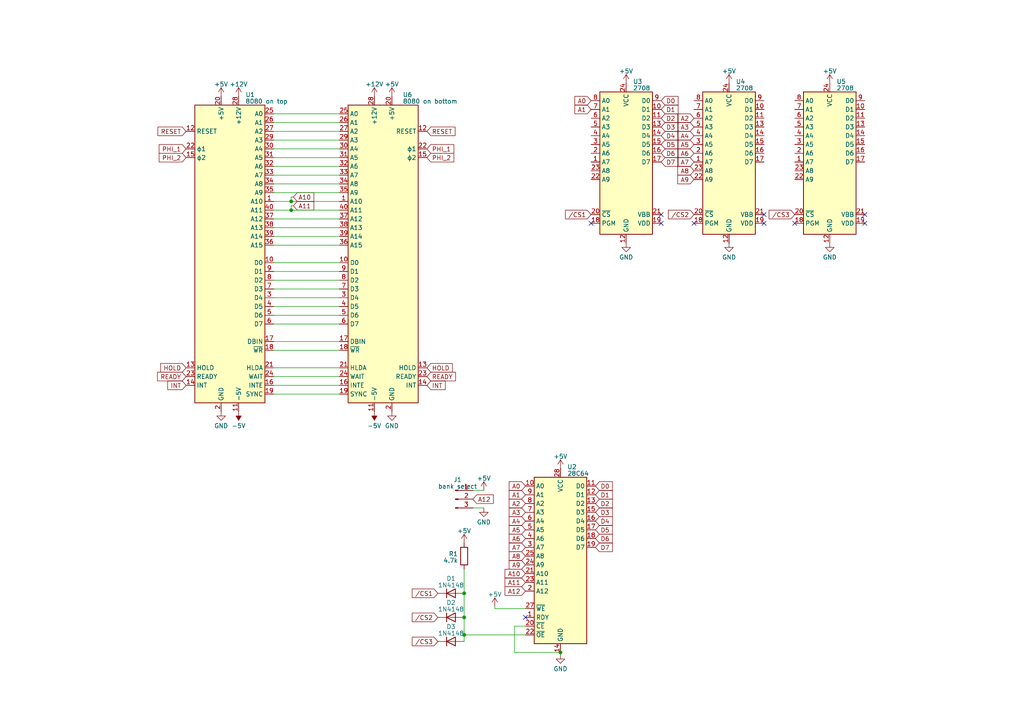
<source format=kicad_sch>
(kicad_sch (version 20230121) (generator eeschema)
  (paper "A4")
  (lib_symbols
    (symbol "Connector:Conn_01x03_Pin" (pin_names (offset 1.016) hide)
      (property "Reference" "J" (at 0 5.08 0))
      (property "Value" "Conn_01x03_Pin" (at 0 -5.08 0))
      (symbol "Conn_01x03_Pin_1_1"
        (polyline (pts (xy 1.27 -2.54) (xy 0.8636 -2.54)) (stroke (width 0.1524)))
        (polyline (pts (xy 1.27 0) (xy 0.8636 0)) (stroke (width 0.1524)))
        (polyline (pts (xy 1.27 2.54) (xy 0.8636 2.54)) (stroke (width 0.1524)))
        (rectangle (start 0.8636 -2.413) (end 0 -2.667) (stroke (width 0.1524)) (fill (type outline)))
        (rectangle (start 0.8636 0.127) (end 0 -0.127) (stroke (width 0.1524)) (fill (type outline)))
        (rectangle (start 0.8636 2.667) (end 0 2.413) (stroke (width 0.1524)) (fill (type outline)))
        (pin passive line (at 5.08 2.54 180) (length 3.81) (name "Pin_1") (number "1"))
        (pin passive line (at 5.08 0 180) (length 3.81) (name "Pin_2") (number "2"))
        (pin passive line (at 5.08 -2.54 180) (length 3.81) (name "Pin_3") (number "3"))
      )
    )
    (symbol "Device:R" (pin_numbers hide) (pin_names (offset 0))
      (property "Reference" "R" (at 2.032 0 90))
      (property "Value" "R" (at 0 0 90))
      (symbol "R_0_1"
        (rectangle (start -1.016 -2.54) (end 1.016 2.54) (stroke (width 0.254)))
      )
      (symbol "R_1_1"
        (pin passive line (at 0 3.81 270) (length 1.27) (name "~") (number "1"))
        (pin passive line (at 0 -3.81 90) (length 1.27) (name "~") (number "2"))
      )
    )
    (symbol "Diode:1N4148" (pin_numbers hide) (pin_names hide)
      (property "Reference" "D" (at 0 2.54 0))
      (property "Value" "1N4148" (at 0 -2.54 0))
      (symbol "1N4148_0_1"
        (polyline (pts (xy -1.27 1.27) (xy -1.27 -1.27)) (stroke (width 0.254)))
        (polyline (pts (xy 1.27 0) (xy -1.27 0)))
        (polyline (pts (xy 1.27 1.27) (xy 1.27 -1.27) (xy -1.27 0) (xy 1.27 1.27)) (stroke (width 0.254)))
      )
      (symbol "1N4148_1_1"
        (pin passive line (at -3.81 0 0) (length 2.54) (name "K") (number "1"))
        (pin passive line (at 3.81 0 180) (length 2.54) (name "A") (number "2"))
      )
    )
    (symbol "Evan's parts:2708"
      (property "Reference" "U" (at -7.62 21.59 0))
      (property "Value" "2708" (at 2.54 -22.225 0))
      (symbol "2708_1_1"
        (rectangle (start -7.62 20.32) (end 7.62 -20.955) (stroke (width 0.254)) (fill (type background)))
        (pin input line (at -10.16 0 0) (length 2.54) (name "A7") (number "1"))
        (pin tri_state line (at 10.16 15.24 180) (length 2.54) (name "D1") (number "10"))
        (pin tri_state line (at 10.16 12.7 180) (length 2.54) (name "D2") (number "11"))
        (pin power_in line (at 0 -23.495 90) (length 2.54) (name "GND") (number "12"))
        (pin tri_state line (at 10.16 10.16 180) (length 2.54) (name "D3") (number "13"))
        (pin tri_state line (at 10.16 7.62 180) (length 2.54) (name "D4") (number "14"))
        (pin tri_state line (at 10.16 5.08 180) (length 2.54) (name "D5") (number "15"))
        (pin tri_state line (at 10.16 2.54 180) (length 2.54) (name "D6") (number "16"))
        (pin tri_state line (at 10.16 0 180) (length 2.54) (name "D7") (number "17"))
        (pin input line (at -10.16 -17.78 0) (length 2.54) (name "PGM") (number "18"))
        (pin power_in line (at 10.16 -17.78 180) (length 2.54) (name "VDD") (number "19"))
        (pin input line (at -10.16 2.54 0) (length 2.54) (name "A6") (number "2"))
        (pin input line (at -10.16 -15.24 0) (length 2.54) (name "~{CS}") (number "20"))
        (pin power_in line (at 10.16 -15.24 180) (length 2.54) (name "VBB") (number "21"))
        (pin input line (at -10.16 -5.08 0) (length 2.54) (name "A9") (number "22"))
        (pin input line (at -10.16 -2.54 0) (length 2.54) (name "A8") (number "23"))
        (pin power_in line (at 0 22.86 270) (length 2.54) (name "VCC") (number "24"))
        (pin input line (at -10.16 5.08 0) (length 2.54) (name "A5") (number "3"))
        (pin input line (at -10.16 7.62 0) (length 2.54) (name "A4") (number "4"))
        (pin input line (at -10.16 10.16 0) (length 2.54) (name "A3") (number "5"))
        (pin input line (at -10.16 12.7 0) (length 2.54) (name "A2") (number "6"))
        (pin input line (at -10.16 15.24 0) (length 2.54) (name "A1") (number "7"))
        (pin input line (at -10.16 17.78 0) (length 2.54) (name "A0") (number "8"))
        (pin tri_state line (at 10.16 17.78 180) (length 2.54) (name "D0") (number "9"))
      )
    )
    (symbol "Evan's parts:28C64"
      (property "Reference" "U" (at -7.62 24.13 0))
      (property "Value" "28C64" (at 2.54 -26.67 0))
      (symbol "28C64_1_1"
        (rectangle (start -7.62 22.86) (end 7.62 -25.4) (stroke (width 0.254)) (fill (type background)))
        (pin input line (at -10.16 -17.78 0) (length 2.54) (name "RDY") (number "1"))
        (pin input line (at -10.16 20.32 0) (length 2.54) (name "A0") (number "10"))
        (pin tri_state line (at 10.16 20.32 180) (length 2.54) (name "D0") (number "11"))
        (pin tri_state line (at 10.16 17.78 180) (length 2.54) (name "D1") (number "12"))
        (pin tri_state line (at 10.16 15.24 180) (length 2.54) (name "D2") (number "13"))
        (pin power_in line (at 0 -27.94 90) (length 2.54) (name "GND") (number "14"))
        (pin tri_state line (at 10.16 12.7 180) (length 2.54) (name "D3") (number "15"))
        (pin tri_state line (at 10.16 10.16 180) (length 2.54) (name "D4") (number "16"))
        (pin tri_state line (at 10.16 7.62 180) (length 2.54) (name "D5") (number "17"))
        (pin tri_state line (at 10.16 5.08 180) (length 2.54) (name "D6") (number "18"))
        (pin tri_state line (at 10.16 2.54 180) (length 2.54) (name "D7") (number "19"))
        (pin input line (at -10.16 -10.16 0) (length 2.54) (name "A12") (number "2"))
        (pin input line (at -10.16 -20.32 0) (length 2.54) (name "~{CE}") (number "20"))
        (pin input line (at -10.16 -5.08 0) (length 2.54) (name "A10") (number "21"))
        (pin input line (at -10.16 -22.86 0) (length 2.54) (name "~{OE}") (number "22"))
        (pin input line (at -10.16 -7.62 0) (length 2.54) (name "A11") (number "23"))
        (pin input line (at -10.16 -2.54 0) (length 2.54) (name "A9") (number "24"))
        (pin input line (at -10.16 0 0) (length 2.54) (name "A8") (number "25"))
        (pin no_connect line (at 7.62 0 180) (length 2.54) hide (name "NC") (number "26"))
        (pin input line (at -10.16 -15.24 0) (length 2.54) (name "~{WE}") (number "27"))
        (pin power_in line (at 0 25.4 270) (length 2.54) (name "VCC") (number "28"))
        (pin input line (at -10.16 2.54 0) (length 2.54) (name "A7") (number "3"))
        (pin input line (at -10.16 5.08 0) (length 2.54) (name "A6") (number "4"))
        (pin input line (at -10.16 7.62 0) (length 2.54) (name "A5") (number "5"))
        (pin input line (at -10.16 10.16 0) (length 2.54) (name "A4") (number "6"))
        (pin input line (at -10.16 12.7 0) (length 2.54) (name "A3") (number "7"))
        (pin input line (at -10.16 15.24 0) (length 2.54) (name "A2") (number "8"))
        (pin input line (at -10.16 17.78 0) (length 2.54) (name "A1") (number "9"))
      )
    )
    (symbol "MCU_Intel:8080"
      (property "Reference" "U" (at -7.62 44.45 0))
      (property "Value" "8080" (at 7.62 44.45 0))
      (symbol "8080_0_1"
        (rectangle (start -10.16 43.18) (end 10.16 -43.18) (stroke (width 0.254)) (fill (type background)))
      )
      (symbol "8080_1_1"
        (pin output line (at 12.7 15.24 180) (length 2.54) (name "A10") (number "1"))
        (pin bidirectional line (at 12.7 -2.54 180) (length 2.54) (name "D0") (number "10"))
        (pin power_in line (at 2.54 -45.72 90) (length 2.54) (name "-5V") (number "11"))
        (pin input line (at -12.7 35.56 0) (length 2.54) (name "RESET") (number "12"))
        (pin input line (at -12.7 -33.02 0) (length 2.54) (name "HOLD") (number "13"))
        (pin input line (at -12.7 -38.1 0) (length 2.54) (name "INT") (number "14"))
        (pin input line (at -12.7 27.94 0) (length 2.54) (name "ϕ2") (number "15"))
        (pin output line (at 12.7 -38.1 180) (length 2.54) (name "INTE") (number "16"))
        (pin output line (at 12.7 -25.4 180) (length 2.54) (name "DBIN") (number "17"))
        (pin output line (at 12.7 -27.94 180) (length 2.54) (name "~{WR}") (number "18"))
        (pin output line (at 12.7 -40.64 180) (length 2.54) (name "SYNC") (number "19"))
        (pin power_in line (at -2.54 -45.72 90) (length 2.54) (name "GND") (number "2"))
        (pin power_in line (at -2.54 45.72 270) (length 2.54) (name "+5V") (number "20"))
        (pin output line (at 12.7 -33.02 180) (length 2.54) (name "HLDA") (number "21"))
        (pin input line (at -12.7 30.48 0) (length 2.54) (name "ϕ1") (number "22"))
        (pin input line (at -12.7 -35.56 0) (length 2.54) (name "READY") (number "23"))
        (pin output line (at 12.7 -35.56 180) (length 2.54) (name "WAIT") (number "24"))
        (pin output line (at 12.7 40.64 180) (length 2.54) (name "A0") (number "25"))
        (pin output line (at 12.7 38.1 180) (length 2.54) (name "A1") (number "26"))
        (pin output line (at 12.7 35.56 180) (length 2.54) (name "A2") (number "27"))
        (pin power_in line (at 2.54 45.72 270) (length 2.54) (name "+12V") (number "28"))
        (pin output line (at 12.7 33.02 180) (length 2.54) (name "A3") (number "29"))
        (pin bidirectional line (at 12.7 -12.7 180) (length 2.54) (name "D4") (number "3"))
        (pin output line (at 12.7 30.48 180) (length 2.54) (name "A4") (number "30"))
        (pin output line (at 12.7 27.94 180) (length 2.54) (name "A5") (number "31"))
        (pin output line (at 12.7 25.4 180) (length 2.54) (name "A6") (number "32"))
        (pin output line (at 12.7 22.86 180) (length 2.54) (name "A7") (number "33"))
        (pin output line (at 12.7 20.32 180) (length 2.54) (name "A8") (number "34"))
        (pin output line (at 12.7 17.78 180) (length 2.54) (name "A9") (number "35"))
        (pin output line (at 12.7 2.54 180) (length 2.54) (name "A15") (number "36"))
        (pin output line (at 12.7 10.16 180) (length 2.54) (name "A12") (number "37"))
        (pin output line (at 12.7 7.62 180) (length 2.54) (name "A13") (number "38"))
        (pin output line (at 12.7 5.08 180) (length 2.54) (name "A14") (number "39"))
        (pin bidirectional line (at 12.7 -15.24 180) (length 2.54) (name "D5") (number "4"))
        (pin output line (at 12.7 12.7 180) (length 2.54) (name "A11") (number "40"))
        (pin bidirectional line (at 12.7 -17.78 180) (length 2.54) (name "D6") (number "5"))
        (pin bidirectional line (at 12.7 -20.32 180) (length 2.54) (name "D7") (number "6"))
        (pin bidirectional line (at 12.7 -10.16 180) (length 2.54) (name "D3") (number "7"))
        (pin bidirectional line (at 12.7 -7.62 180) (length 2.54) (name "D2") (number "8"))
        (pin bidirectional line (at 12.7 -5.08 180) (length 2.54) (name "D1") (number "9"))
      )
    )
    (symbol "power:+12V" (power) (pin_names (offset 0))
      (property "Value" "+12V" (at 0 3.556 0))
      (symbol "+12V_0_1"
        (polyline (pts (xy -0.762 1.27) (xy 0 2.54)))
        (polyline (pts (xy 0 0) (xy 0 2.54)))
        (polyline (pts (xy 0 2.54) (xy 0.762 1.27)))
      )
      (symbol "+12V_1_1"
        (pin power_in line (at 0 0 90) (length 0) hide (name "+12V") (number "1"))
      )
    )
    (symbol "power:+5V" (power) (pin_names (offset 0))
      (property "Value" "+5V" (at 0 3.556 0))
      (symbol "+5V_0_1"
        (polyline (pts (xy -0.762 1.27) (xy 0 2.54)))
        (polyline (pts (xy 0 0) (xy 0 2.54)))
        (polyline (pts (xy 0 2.54) (xy 0.762 1.27)))
      )
      (symbol "+5V_1_1"
        (pin power_in line (at 0 0 90) (length 0) hide (name "+5V") (number "1"))
      )
    )
    (symbol "power:-5V" (power) (pin_names (offset 0))
      (property "Value" "-5V" (at 0 3.81 0))
      (symbol "-5V_0_0"
        (pin power_in line (at 0 0 90) (length 0) hide (name "-5V") (number "1"))
      )
      (symbol "-5V_0_1"
        (polyline (pts (xy 0 0) (xy 0 1.27) (xy 0.762 1.27) (xy 0 2.54) (xy -0.762 1.27) (xy 0 1.27)) (fill (type outline)))
      )
    )
    (symbol "power:GND" (power) (pin_names (offset 0))
      (property "Value" "GND" (at 0 -3.81 0))
      (symbol "GND_0_1"
        (polyline (pts (xy 0 0) (xy 0 -1.27) (xy 1.27 -1.27) (xy 0 -2.54) (xy -1.27 -1.27) (xy 0 -1.27)))
      )
      (symbol "GND_1_1"
        (pin power_in line (at 0 0 270) (length 0) hide (name "GND") (number "1"))
      )
    )
  )
  (junction (at 134.62 184.15))
  (junction (at 134.62 172.085))
  (junction (at 84.455 60.96))
  (junction (at 162.56 189.23))
  (junction (at 134.62 179.07))
  (junction (at 84.455 58.42))
  (no_connect (at 191.77 64.77))
  (no_connect (at 191.77 62.23))
  (no_connect (at 221.615 62.23))
  (no_connect (at 230.505 64.77))
  (no_connect (at 171.45 64.77))
  (no_connect (at 152.4 179.07))
  (no_connect (at 250.825 62.23))
  (no_connect (at 250.825 64.77))
  (no_connect (at 201.295 64.77))
  (no_connect (at 221.615 64.77))
  (wire (pts (xy 98.425 114.3) (xy 79.375 114.3)))
  (wire (pts (xy 98.425 50.8) (xy 79.375 50.8)))
  (wire (pts (xy 134.62 179.07) (xy 134.62 184.15)))
  (wire (pts (xy 98.425 93.98) (xy 79.375 93.98)))
  (wire (pts (xy 152.4 181.61) (xy 149.225 181.61)))
  (wire (pts (xy 134.62 165.1) (xy 134.62 172.085)))
  (wire (pts (xy 84.455 57.15) (xy 84.455 58.42)))
  (wire (pts (xy 98.425 78.74) (xy 79.375 78.74)))
  (wire (pts (xy 98.425 43.18) (xy 79.375 43.18)))
  (wire (pts (xy 162.56 189.865) (xy 162.56 189.23)))
  (wire (pts (xy 98.425 76.2) (xy 79.375 76.2)))
  (wire (pts (xy 98.425 83.82) (xy 79.375 83.82)))
  (wire (pts (xy 98.425 45.72) (xy 79.375 45.72)))
  (wire (pts (xy 98.425 60.96) (xy 84.455 60.96)))
  (wire (pts (xy 143.51 176.53) (xy 143.51 175.895)))
  (wire (pts (xy 98.425 111.76) (xy 79.375 111.76)))
  (wire (pts (xy 84.455 60.96) (xy 79.375 60.96)))
  (wire (pts (xy 98.425 66.04) (xy 79.375 66.04)))
  (wire (pts (xy 98.425 86.36) (xy 79.375 86.36)))
  (wire (pts (xy 98.425 38.1) (xy 79.375 38.1)))
  (wire (pts (xy 149.225 181.61) (xy 149.225 189.23)))
  (wire (pts (xy 98.425 106.68) (xy 79.375 106.68)))
  (wire (pts (xy 85.09 57.15) (xy 84.455 57.15)))
  (wire (pts (xy 98.425 99.06) (xy 79.375 99.06)))
  (wire (pts (xy 98.425 55.88) (xy 79.375 55.88)))
  (wire (pts (xy 152.4 176.53) (xy 143.51 176.53)))
  (wire (pts (xy 134.62 184.15) (xy 134.62 186.055)))
  (wire (pts (xy 84.455 58.42) (xy 79.375 58.42)))
  (wire (pts (xy 98.425 71.12) (xy 79.375 71.12)))
  (wire (pts (xy 98.425 81.28) (xy 79.375 81.28)))
  (wire (pts (xy 98.425 101.6) (xy 79.375 101.6)))
  (wire (pts (xy 98.425 35.56) (xy 79.375 35.56)))
  (wire (pts (xy 98.425 40.64) (xy 79.375 40.64)))
  (wire (pts (xy 85.09 59.69) (xy 84.455 59.69)))
  (wire (pts (xy 134.62 172.085) (xy 134.62 179.07)))
  (wire (pts (xy 98.425 63.5) (xy 79.375 63.5)))
  (wire (pts (xy 98.425 48.26) (xy 79.375 48.26)))
  (wire (pts (xy 84.455 59.69) (xy 84.455 60.96)))
  (wire (pts (xy 98.425 33.02) (xy 79.375 33.02)))
  (wire (pts (xy 98.425 58.42) (xy 84.455 58.42)))
  (wire (pts (xy 98.425 109.22) (xy 79.375 109.22)))
  (wire (pts (xy 98.425 53.34) (xy 79.375 53.34)))
  (wire (pts (xy 140.335 147.32) (xy 137.16 147.32)))
  (wire (pts (xy 134.62 184.15) (xy 152.4 184.15)))
  (wire (pts (xy 149.225 189.23) (xy 162.56 189.23)))
  (wire (pts (xy 98.425 68.58) (xy 79.375 68.58)))
  (wire (pts (xy 140.335 142.24) (xy 137.16 142.24)))
  (wire (pts (xy 98.425 88.9) (xy 79.375 88.9)))
  (wire (pts (xy 98.425 91.44) (xy 79.375 91.44)))
  (global_label "HOLD" (shape input) (at 53.975 106.68 180) (property "Intersheetrefs" "${INTERSHEET_REFS}" (effects hide)))
  (global_label "A8" (shape input) (at 201.295 49.53 180) (property "Intersheetrefs" "${INTERSHEET_REFS}" (effects hide)))
  (global_label "A1" (shape input) (at 152.4 143.51 180) (property "Intersheetrefs" "${INTERSHEET_REFS}" (effects hide)))
  (global_label "D3" (shape input) (at 172.72 148.59 0) (property "Intersheetrefs" "${INTERSHEET_REFS}" (effects hide)))
  (global_label "D6" (shape input) (at 191.77 44.45 0) (property "Intersheetrefs" "${INTERSHEET_REFS}" (effects hide)))
  (global_label "HOLD" (shape input) (at 123.825 106.68 0) (property "Intersheetrefs" "${INTERSHEET_REFS}" (effects hide)))
  (global_label "A4" (shape input) (at 152.4 151.13 180) (property "Intersheetrefs" "${INTERSHEET_REFS}" (effects hide)))
  (global_label "D2" (shape input) (at 191.77 34.29 0) (property "Intersheetrefs" "${INTERSHEET_REFS}" (effects hide)))
  (global_label "A5" (shape input) (at 152.4 153.67 180) (property "Intersheetrefs" "${INTERSHEET_REFS}" (effects hide)))
  (global_label "RESET" (shape input) (at 53.975 38.1 180) (property "Intersheetrefs" "${INTERSHEET_REFS}" (effects hide)))
  (global_label "A12" (shape input) (at 152.4 171.45 180) (property "Intersheetrefs" "${INTERSHEET_REFS}" (effects hide)))
  (global_label "D7" (shape input) (at 191.77 46.99 0) (property "Intersheetrefs" "${INTERSHEET_REFS}" (effects hide)))
  (global_label "D1" (shape input) (at 191.77 31.75 0) (property "Intersheetrefs" "${INTERSHEET_REFS}" (effects hide)))
  (global_label "{slash}CS2" (shape input) (at 127 179.07 180) (property "Intersheetrefs" "${INTERSHEET_REFS}" (effects hide)))
  (global_label "D7" (shape input) (at 172.72 158.75 0) (property "Intersheetrefs" "${INTERSHEET_REFS}" (effects hide)))
  (global_label "A10" (shape input) (at 152.4 166.37 180) (property "Intersheetrefs" "${INTERSHEET_REFS}" (effects hide)))
  (global_label "D5" (shape input) (at 191.77 41.91 0) (property "Intersheetrefs" "${INTERSHEET_REFS}" (effects hide)))
  (global_label "A11" (shape input) (at 85.09 59.69 0) (property "Intersheetrefs" "${INTERSHEET_REFS}" (effects hide)))
  (global_label "READY" (shape input) (at 123.825 109.22 0) (property "Intersheetrefs" "${INTERSHEET_REFS}" (effects hide)))
  (global_label "D0" (shape input) (at 172.72 140.97 0) (property "Intersheetrefs" "${INTERSHEET_REFS}" (effects hide)))
  (global_label "INT" (shape input) (at 53.975 111.76 180) (property "Intersheetrefs" "${INTERSHEET_REFS}" (effects hide)))
  (global_label "A11" (shape input) (at 152.4 168.91 180) (property "Intersheetrefs" "${INTERSHEET_REFS}" (effects hide)))
  (global_label "A4" (shape input) (at 201.295 39.37 180) (property "Intersheetrefs" "${INTERSHEET_REFS}" (effects hide)))
  (global_label "A3" (shape input) (at 201.295 36.83 180) (property "Intersheetrefs" "${INTERSHEET_REFS}" (effects hide)))
  (global_label "D0" (shape input) (at 191.77 29.21 0) (property "Intersheetrefs" "${INTERSHEET_REFS}" (effects hide)))
  (global_label "A8" (shape input) (at 152.4 161.29 180) (property "Intersheetrefs" "${INTERSHEET_REFS}" (effects hide)))
  (global_label "{slash}CS3" (shape input) (at 127 186.055 180) (property "Intersheetrefs" "${INTERSHEET_REFS}" (effects hide)))
  (global_label "D6" (shape input) (at 172.72 156.21 0) (property "Intersheetrefs" "${INTERSHEET_REFS}" (effects hide)))
  (global_label "A5" (shape input) (at 201.295 41.91 180) (property "Intersheetrefs" "${INTERSHEET_REFS}" (effects hide)))
  (global_label "A1" (shape input) (at 171.45 31.75 180) (property "Intersheetrefs" "${INTERSHEET_REFS}" (effects hide)))
  (global_label "D2" (shape input) (at 172.72 146.05 0) (property "Intersheetrefs" "${INTERSHEET_REFS}" (effects hide)))
  (global_label "D3" (shape input) (at 191.77 36.83 0) (property "Intersheetrefs" "${INTERSHEET_REFS}" (effects hide)))
  (global_label "{slash}CS2" (shape input) (at 201.295 62.23 180) (property "Intersheetrefs" "${INTERSHEET_REFS}" (effects hide)))
  (global_label "{slash}CS1" (shape input) (at 127 172.085 180) (property "Intersheetrefs" "${INTERSHEET_REFS}" (effects hide)))
  (global_label "PHI_1" (shape input) (at 53.975 43.18 180) (property "Intersheetrefs" "${INTERSHEET_REFS}" (effects hide)))
  (global_label "READY" (shape input) (at 53.975 109.22 180) (property "Intersheetrefs" "${INTERSHEET_REFS}" (effects hide)))
  (global_label "PHI_1" (shape input) (at 123.825 43.18 0) (property "Intersheetrefs" "${INTERSHEET_REFS}" (effects hide)))
  (global_label "A10" (shape input) (at 85.09 57.15 0) (property "Intersheetrefs" "${INTERSHEET_REFS}" (effects hide)))
  (global_label "D1" (shape input) (at 172.72 143.51 0) (property "Intersheetrefs" "${INTERSHEET_REFS}" (effects hide)))
  (global_label "{slash}CS3" (shape input) (at 230.505 62.23 180) (property "Intersheetrefs" "${INTERSHEET_REFS}" (effects hide)))
  (global_label "A7" (shape input) (at 201.295 46.99 180) (property "Intersheetrefs" "${INTERSHEET_REFS}" (effects hide)))
  (global_label "A3" (shape input) (at 152.4 148.59 180) (property "Intersheetrefs" "${INTERSHEET_REFS}" (effects hide)))
  (global_label "A9" (shape input) (at 201.295 52.07 180) (property "Intersheetrefs" "${INTERSHEET_REFS}" (effects hide)))
  (global_label "A6" (shape input) (at 152.4 156.21 180) (property "Intersheetrefs" "${INTERSHEET_REFS}" (effects hide)))
  (global_label "D5" (shape input) (at 172.72 153.67 0) (property "Intersheetrefs" "${INTERSHEET_REFS}" (effects hide)))
  (global_label "A7" (shape input) (at 152.4 158.75 180) (property "Intersheetrefs" "${INTERSHEET_REFS}" (effects hide)))
  (global_label "A9" (shape input) (at 152.4 163.83 180) (property "Intersheetrefs" "${INTERSHEET_REFS}" (effects hide)))
  (global_label "D4" (shape input) (at 191.77 39.37 0) (property "Intersheetrefs" "${INTERSHEET_REFS}" (effects hide)))
  (global_label "PHI_2" (shape input) (at 53.975 45.72 180) (property "Intersheetrefs" "${INTERSHEET_REFS}" (effects hide)))
  (global_label "{slash}CS1" (shape input) (at 171.45 62.23 180) (property "Intersheetrefs" "${INTERSHEET_REFS}" (effects hide)))
  (global_label "INT" (shape input) (at 123.825 111.76 0) (property "Intersheetrefs" "${INTERSHEET_REFS}" (effects hide)))
  (global_label "D4" (shape input) (at 172.72 151.13 0) (property "Intersheetrefs" "${INTERSHEET_REFS}" (effects hide)))
  (global_label "PHI_2" (shape input) (at 123.825 45.72 0) (property "Intersheetrefs" "${INTERSHEET_REFS}" (effects hide)))
  (global_label "A12" (shape input) (at 137.16 144.78 0) (property "Intersheetrefs" "${INTERSHEET_REFS}" (effects hide)))
  (global_label "A0" (shape input) (at 171.45 29.21 180) (property "Intersheetrefs" "${INTERSHEET_REFS}" (effects hide)))
  (global_label "RESET" (shape input) (at 123.825 38.1 0) (property "Intersheetrefs" "${INTERSHEET_REFS}" (effects hide)))
  (global_label "A6" (shape input) (at 201.295 44.45 180) (property "Intersheetrefs" "${INTERSHEET_REFS}" (effects hide)))
  (global_label "A0" (shape input) (at 152.4 140.97 180) (property "Intersheetrefs" "${INTERSHEET_REFS}" (effects hide)))
  (global_label "A2" (shape input) (at 201.295 34.29 180) (property "Intersheetrefs" "${INTERSHEET_REFS}" (effects hide)))
  (global_label "A2" (shape input) (at 152.4 146.05 180) (property "Intersheetrefs" "${INTERSHEET_REFS}" (effects hide)))
  (symbol (lib_id "Connector:Conn_01x03_Pin") (at 132.08 144.78 0) (unit 1)
    (property "Reference" "J1" (at 132.715 139.1539 0))
    (property "Value" "bank select" (at 132.715 141.0749 0))
    (property "Footprint" "Connector_PinHeader_2.54mm:PinHeader_1x03_P2.54mm_Vertical" (effects hide))
  )
  (symbol (lib_id "power:GND") (at 113.665 119.38 0) (mirror y) (unit 1)
    (property "Reference" "#PWR010" (effects hide))
    (property "Value" "GND" (at 113.665 123.5155 0))
  )
  (symbol (lib_id "power:GND") (at 211.455 70.485 0) (unit 1)
    (property "Reference" "#PWR013" (effects hide))
    (property "Value" "GND" (at 211.455 74.6205 0))
  )
  (symbol (lib_id "power:GND") (at 181.61 70.485 0) (unit 1)
    (property "Reference" "#PWR012" (effects hide))
    (property "Value" "GND" (at 181.61 74.6205 0))
  )
  (symbol (lib_id "power:+5V") (at 140.335 142.24 0) (unit 1)
    (property "Reference" "#PWR017" (effects hide))
    (property "Value" "+5V" (at 140.335 138.7381 0))
  )
  (symbol (lib_id "MCU_Intel:8080") (at 66.675 73.66 0) (unit 1)
    (property "Reference" "U1" (at 71.1709 27.4701 0) (effects (justify left)))
    (property "Value" "8080 on top" (at 71.1709 29.3911 0) (effects (justify left)))
    (property "Footprint" "Package_DIP:DIP-40_W15.24mm" (effects hide))
    (property "Datasheet" "http://datasheets.chipdb.org/Intel/MCS-80/intel-8080.pdf" (effects hide))
  )
  (symbol (lib_id "Device:R") (at 134.62 161.29 0) (mirror y) (unit 1)
    (property "Reference" "R1" (at 132.842 160.6463 0) (effects (justify left)))
    (property "Value" "4.7k" (at 132.842 162.5673 0) (effects (justify left)))
    (property "Footprint" "Resistor_THT:R_Axial_DIN0207_L6.3mm_D2.5mm_P7.62mm_Horizontal" (effects hide))
  )
  (symbol (lib_id "Diode:1N4148") (at 130.81 179.07 0) (mirror x) (unit 1)
    (property "Reference" "D2" (at 130.81 174.7901 0))
    (property "Value" "1N4148" (at 130.81 176.7111 0))
    (property "Footprint" "Diode_THT:D_DO-35_SOD27_P7.62mm_Horizontal" (effects hide))
    (property "Datasheet" "https://assets.nexperia.com/documents/data-sheet/1N4148_1N4448.pdf" (effects hide))
    (property "Sim.Device" "D" (effects hide))
    (property "Sim.Pins" "1=K 2=A" (effects hide))
  )
  (symbol (lib_id "Evan's parts:28C64") (at 162.56 161.29 0) (unit 1)
    (property "Reference" "U2" (at 164.5159 135.4201 0) (effects (justify left)))
    (property "Value" "28C64" (at 164.5159 137.3411 0) (effects (justify left)))
    (property "Footprint" "Package_DIP:DIP-28_W15.24mm" (effects hide))
    (property "Datasheet" "https://downloads.reactivemicro.com/Electronics/ROM/2764%20EPROM.pdf" (effects hide))
  )
  (symbol (lib_id "Diode:1N4148") (at 130.81 172.085 0) (mirror x) (unit 1)
    (property "Reference" "D1" (at 130.81 167.8051 0))
    (property "Value" "1N4148" (at 130.81 169.7261 0))
    (property "Footprint" "Diode_THT:D_DO-35_SOD27_P7.62mm_Horizontal" (effects hide))
    (property "Datasheet" "https://assets.nexperia.com/documents/data-sheet/1N4148_1N4448.pdf" (effects hide))
    (property "Sim.Device" "D" (effects hide))
    (property "Sim.Pins" "1=K 2=A" (effects hide))
  )
  (symbol (lib_id "power:+5V") (at 181.61 24.13 0) (unit 1)
    (property "Reference" "#PWR01" (effects hide))
    (property "Value" "+5V" (at 181.61 20.6281 0))
  )
  (symbol (lib_id "power:GND") (at 240.665 70.485 0) (unit 1)
    (property "Reference" "#PWR014" (effects hide))
    (property "Value" "GND" (at 240.665 74.6205 0))
  )
  (symbol (lib_id "Diode:1N4148") (at 130.81 186.055 0) (mirror x) (unit 1)
    (property "Reference" "D3" (at 130.81 181.7751 0))
    (property "Value" "1N4148" (at 130.81 183.6961 0))
    (property "Footprint" "Diode_THT:D_DO-35_SOD27_P7.62mm_Horizontal" (effects hide))
    (property "Datasheet" "https://assets.nexperia.com/documents/data-sheet/1N4148_1N4448.pdf" (effects hide))
    (property "Sim.Device" "D" (effects hide))
    (property "Sim.Pins" "1=K 2=A" (effects hide))
  )
  (symbol (lib_id "Evan's parts:2708") (at 181.61 46.99 0) (unit 1)
    (property "Reference" "U3" (at 183.5659 23.6601 0) (effects (justify left)))
    (property "Value" "2708" (at 183.5659 25.5811 0) (effects (justify left)))
    (property "Footprint" "Package_DIP:DIP-24_W15.24mm" (effects hide))
    (property "Datasheet" "https://downloads.reactivemicro.com/Electronics/ROM/2716%20EPROM.pdf" (effects hide))
  )
  (symbol (lib_id "Evan's parts:2708") (at 240.665 46.99 0) (unit 1)
    (property "Reference" "U5" (at 242.6209 23.6601 0) (effects (justify left)))
    (property "Value" "2708" (at 242.6209 25.5811 0) (effects (justify left)))
    (property "Footprint" "Package_DIP:DIP-24_W15.24mm" (effects hide))
    (property "Datasheet" "https://downloads.reactivemicro.com/Electronics/ROM/2716%20EPROM.pdf" (effects hide))
  )
  (symbol (lib_id "power:+5V") (at 162.56 135.89 0) (unit 1)
    (property "Reference" "#PWR04" (effects hide))
    (property "Value" "+5V" (at 162.56 132.3881 0))
  )
  (symbol (lib_id "MCU_Intel:8080") (at 111.125 73.66 0) (mirror y) (unit 1)
    (property "Reference" "U6" (at 116.8147 27.4701 0) (effects (justify right)))
    (property "Value" "8080 on bottom" (at 116.8147 29.3911 0) (effects (justify right)))
    (property "Footprint" "Package_DIP:DIP-40_W15.24mm" (effects hide))
    (property "Datasheet" "http://datasheets.chipdb.org/Intel/MCS-80/intel-8080.pdf" (effects hide))
  )
  (symbol (lib_id "power:+5V") (at 64.135 27.94 0) (unit 1)
    (property "Reference" "#PWR06" (effects hide))
    (property "Value" "+5V" (at 64.135 24.4381 0))
  )
  (symbol (lib_id "power:-5V") (at 108.585 119.38 180) (unit 1)
    (property "Reference" "#PWR019" (effects hide))
    (property "Value" "-5V" (at 108.585 123.5155 0))
  )
  (symbol (lib_id "power:+5V") (at 113.665 27.94 0) (mirror y) (unit 1)
    (property "Reference" "#PWR05" (effects hide))
    (property "Value" "+5V" (at 113.665 24.4381 0))
  )
  (symbol (lib_id "Evan's parts:2708") (at 211.455 46.99 0) (unit 1)
    (property "Reference" "U4" (at 213.4109 23.6601 0) (effects (justify left)))
    (property "Value" "2708" (at 213.4109 25.5811 0) (effects (justify left)))
    (property "Footprint" "Package_DIP:DIP-24_W15.24mm" (effects hide))
    (property "Datasheet" "https://downloads.reactivemicro.com/Electronics/ROM/2716%20EPROM.pdf" (effects hide))
  )
  (symbol (lib_id "power:+5V") (at 211.455 24.13 0) (unit 1)
    (property "Reference" "#PWR02" (effects hide))
    (property "Value" "+5V" (at 211.455 20.6281 0))
  )
  (symbol (lib_id "power:+12V") (at 69.215 27.94 0) (unit 1)
    (property "Reference" "#PWR07" (effects hide))
    (property "Value" "+12V" (at 69.215 24.4381 0))
  )
  (symbol (lib_id "power:-5V") (at 69.215 119.38 180) (unit 1)
    (property "Reference" "#PWR020" (effects hide))
    (property "Value" "-5V" (at 69.215 123.5155 0))
  )
  (symbol (lib_id "power:+5V") (at 240.665 24.13 0) (unit 1)
    (property "Reference" "#PWR03" (effects hide))
    (property "Value" "+5V" (at 240.665 20.6281 0))
  )
  (symbol (lib_id "power:GND") (at 140.335 147.32 0) (unit 1)
    (property "Reference" "#PWR018" (effects hide))
    (property "Value" "GND" (at 140.335 151.4555 0))
  )
  (symbol (lib_id "power:GND") (at 64.135 119.38 0) (unit 1)
    (property "Reference" "#PWR09" (effects hide))
    (property "Value" "GND" (at 64.135 123.5155 0))
  )
  (symbol (lib_id "power:+5V") (at 143.51 175.895 0) (unit 1)
    (property "Reference" "#PWR016" (effects hide))
    (property "Value" "+5V" (at 143.51 172.3931 0))
  )
  (symbol (lib_id "power:GND") (at 162.56 189.865 0) (unit 1)
    (property "Reference" "#PWR011" (effects hide))
    (property "Value" "GND" (at 162.56 194.0005 0))
  )
  (symbol (lib_id "power:+5V") (at 134.62 157.48 0) (mirror y) (unit 1)
    (property "Reference" "#PWR015" (effects hide))
    (property "Value" "+5V" (at 134.62 153.9781 0))
  )
  (symbol (lib_id "power:+12V") (at 108.585 27.94 0) (mirror y) (unit 1)
    (property "Reference" "#PWR08" (effects hide))
    (property "Value" "+12V" (at 108.585 24.4381 0))
  )
)
</source>
